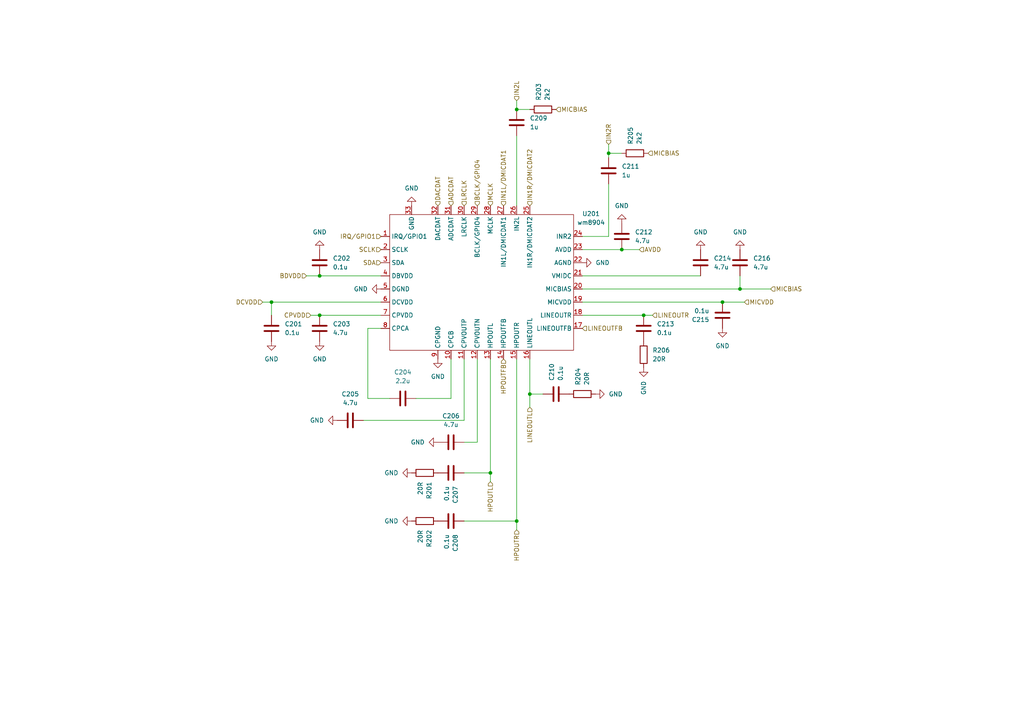
<source format=kicad_sch>
(kicad_sch (version 20211123) (generator eeschema)
  (paper "A4")
  (lib_symbols
    (symbol "Device:C" (pin_numbers hide) (pin_names (offset 0.254))
      (property "Reference" "C" (at 0.635 2.54 0))
      (property "Value" "C" (at 0.635 -2.54 0))
      (symbol "C_0_1"
        (polyline (pts (xy -2.032 -0.762) (xy 2.032 -0.762)) (stroke (width 0.508)))
        (polyline (pts (xy -2.032 0.762) (xy 2.032 0.762)) (stroke (width 0.508)))
      )
      (symbol "C_1_1"
        (pin passive line (at 0 3.81 270) (length 2.794) (name "~") (number "1"))
        (pin passive line (at 0 -3.81 90) (length 2.794) (name "~") (number "2"))
      )
    )
    (symbol "Device:R" (pin_numbers hide) (pin_names (offset 0))
      (property "Reference" "R" (at 2.032 0 90))
      (property "Value" "R" (at 0 0 90))
      (symbol "R_0_1"
        (rectangle (start -1.016 -2.54) (end 1.016 2.54) (stroke (width 0.254)))
      )
      (symbol "R_1_1"
        (pin passive line (at 0 3.81 270) (length 1.27) (name "~") (number "1"))
        (pin passive line (at 0 -3.81 90) (length 1.27) (name "~") (number "2"))
      )
    )
    (symbol "power:GND" (power) (pin_names (offset 0))
      (property "Value" "GND" (at 0 -3.81 0))
      (symbol "GND_0_1"
        (polyline (pts (xy 0 0) (xy 0 -1.27) (xy 1.27 -1.27) (xy 0 -2.54) (xy -1.27 -1.27) (xy 0 -1.27)))
      )
      (symbol "GND_1_1"
        (pin power_in line (at 0 0 270) (length 0) hide (name "GND") (number "1"))
      )
    )
    (symbol "wm8904_breakout:wm8904"
      (property "Reference" "U" (at -25.4 21.59 0))
      (property "Value" "wm8904" (at 22.86 -21.59 0))
      (symbol "wm8904_0_1"
        (rectangle (start -26.67 20.32) (end 26.67 -19.05))
      )
      (symbol "wm8904_1_1"
        (pin unspecified line (at -29.21 13.97 0) (length 2.54) (name "IRQ/GPIO1") (number "1"))
        (pin unspecified line (at -8.89 -21.59 90) (length 2.54) (name "CPCB") (number "10"))
        (pin unspecified line (at -5.08 -21.59 90) (length 2.54) (name "CPVOUTP") (number "11"))
        (pin unspecified line (at -1.27 -21.59 90) (length 2.54) (name "CPVOUTN") (number "12"))
        (pin unspecified line (at 2.54 -21.59 90) (length 2.54) (name "HPOUTL") (number "13"))
        (pin unspecified line (at 6.35 -21.59 90) (length 2.54) (name "HPOUTFB") (number "14"))
        (pin unspecified line (at 10.16 -21.59 90) (length 2.54) (name "HPOUTR") (number "15"))
        (pin unspecified line (at 13.97 -21.59 90) (length 2.54) (name "LINEOUTL") (number "16"))
        (pin unspecified line (at 29.21 -12.7 180) (length 2.54) (name "LINEOUTFB") (number "17"))
        (pin unspecified line (at 29.21 -8.89 180) (length 2.54) (name "LINEOUTR") (number "18"))
        (pin unspecified line (at 29.21 -5.08 180) (length 2.54) (name "MICVDD") (number "19"))
        (pin unspecified line (at -29.21 10.16 0) (length 2.54) (name "SCLK") (number "2"))
        (pin unspecified line (at 29.21 -1.27 180) (length 2.54) (name "MICBIAS") (number "20"))
        (pin unspecified line (at 29.21 2.54 180) (length 2.54) (name "VMIDC") (number "21"))
        (pin unspecified line (at 29.21 6.35 180) (length 2.54) (name "AGND") (number "22"))
        (pin unspecified line (at 29.21 10.16 180) (length 2.54) (name "AVDD") (number "23"))
        (pin unspecified line (at 29.21 13.97 180) (length 2.54) (name "INR2") (number "24"))
        (pin unspecified line (at 13.97 22.86 270) (length 2.54) (name "IN1R/DMICDAT2") (number "25"))
        (pin unspecified line (at 10.16 22.86 270) (length 2.54) (name "IN2L") (number "26"))
        (pin unspecified line (at 6.35 22.86 270) (length 2.54) (name "IN1L/DMICDAT1") (number "27"))
        (pin unspecified line (at 2.54 22.86 270) (length 2.54) (name "MCLK") (number "28"))
        (pin unspecified line (at -1.27 22.86 270) (length 2.54) (name "BCLK/GPIO4") (number "29"))
        (pin unspecified line (at -29.21 6.35 0) (length 2.54) (name "SDA") (number "3"))
        (pin unspecified line (at -5.08 22.86 270) (length 2.54) (name "LRCLK") (number "30"))
        (pin unspecified line (at -8.89 22.86 270) (length 2.54) (name "ADCDAT") (number "31"))
        (pin unspecified line (at -12.7 22.86 270) (length 2.54) (name "DACDAT") (number "32"))
        (pin unspecified line (at -20.32 22.86 270) (length 2.54) (name "GND") (number "33"))
        (pin unspecified line (at -29.21 2.54 0) (length 2.54) (name "DBVDD") (number "4"))
        (pin unspecified line (at -29.21 -1.27 0) (length 2.54) (name "DGND") (number "5"))
        (pin unspecified line (at -29.21 -5.08 0) (length 2.54) (name "DCVDD") (number "6"))
        (pin unspecified line (at -29.21 -8.89 0) (length 2.54) (name "CPVDD") (number "7"))
        (pin unspecified line (at -29.21 -12.7 0) (length 2.54) (name "CPCA") (number "8"))
        (pin unspecified line (at -12.7 -21.59 90) (length 2.54) (name "CPGND") (number "9"))
      )
    )
  )
  (junction (at 214.63 83.82))
  (junction (at 142.24 137.16))
  (junction (at 186.69 91.44))
  (junction (at 149.86 151.13))
  (junction (at 92.71 91.44))
  (junction (at 209.55 87.63))
  (junction (at 176.53 44.45))
  (junction (at 78.74 87.63))
  (junction (at 180.34 72.39))
  (junction (at 153.67 114.3))
  (junction (at 92.71 80.01))
  (junction (at 149.86 31.75))
  (wire (pts (xy 142.24 137.16) (xy 142.24 139.7)))
  (wire (pts (xy 142.24 137.16) (xy 134.62 137.16)))
  (wire (pts (xy 149.86 104.14) (xy 149.86 151.13)))
  (wire (pts (xy 110.49 95.25) (xy 106.68 95.25)))
  (wire (pts (xy 106.68 115.57) (xy 113.03 115.57)))
  (wire (pts (xy 134.62 151.13) (xy 149.86 151.13)))
  (wire (pts (xy 120.65 115.57) (xy 130.81 115.57)))
  (wire (pts (xy 153.67 104.14) (xy 153.67 114.3)))
  (wire (pts (xy 92.71 80.01) (xy 110.49 80.01)))
  (wire (pts (xy 130.81 115.57) (xy 130.81 104.14)))
  (wire (pts (xy 149.86 151.13) (xy 149.86 153.67)))
  (wire (pts (xy 168.91 72.39) (xy 180.34 72.39)))
  (wire (pts (xy 92.71 91.44) (xy 110.49 91.44)))
  (wire (pts (xy 168.91 83.82) (xy 214.63 83.82)))
  (wire (pts (xy 78.74 87.63) (xy 78.74 91.44)))
  (wire (pts (xy 168.91 80.01) (xy 203.2 80.01)))
  (wire (pts (xy 214.63 83.82) (xy 223.52 83.82)))
  (wire (pts (xy 106.68 95.25) (xy 106.68 115.57)))
  (wire (pts (xy 88.9 80.01) (xy 92.71 80.01)))
  (wire (pts (xy 76.2 87.63) (xy 78.74 87.63)))
  (wire (pts (xy 209.55 87.63) (xy 215.9 87.63)))
  (wire (pts (xy 90.17 91.44) (xy 92.71 91.44)))
  (wire (pts (xy 214.63 80.01) (xy 214.63 83.82)))
  (wire (pts (xy 176.53 44.45) (xy 180.34 44.45)))
  (wire (pts (xy 138.43 128.27) (xy 138.43 104.14)))
  (wire (pts (xy 168.91 91.44) (xy 186.69 91.44)))
  (wire (pts (xy 186.69 91.44) (xy 189.23 91.44)))
  (wire (pts (xy 149.86 31.75) (xy 153.67 31.75)))
  (wire (pts (xy 168.91 68.58) (xy 176.53 68.58)))
  (wire (pts (xy 153.67 114.3) (xy 157.48 114.3)))
  (wire (pts (xy 149.86 29.21) (xy 149.86 31.75)))
  (wire (pts (xy 134.62 128.27) (xy 138.43 128.27)))
  (wire (pts (xy 153.67 114.3) (xy 153.67 118.11)))
  (wire (pts (xy 105.41 121.92) (xy 134.62 121.92)))
  (wire (pts (xy 176.53 44.45) (xy 176.53 45.72)))
  (wire (pts (xy 149.86 39.37) (xy 149.86 59.69)))
  (wire (pts (xy 134.62 104.14) (xy 134.62 121.92)))
  (wire (pts (xy 78.74 87.63) (xy 110.49 87.63)))
  (wire (pts (xy 168.91 87.63) (xy 209.55 87.63)))
  (wire (pts (xy 180.34 72.39) (xy 185.42 72.39)))
  (wire (pts (xy 176.53 68.58) (xy 176.53 53.34)))
  (wire (pts (xy 176.53 41.91) (xy 176.53 44.45)))
  (wire (pts (xy 142.24 104.14) (xy 142.24 137.16)))
  (hierarchical_label "IRQ{slash}GPIO1" (shape input) (at 110.49 68.58 180))
  (hierarchical_label "HPOUTR" (shape input) (at 149.86 153.67 270))
  (hierarchical_label "MCLK" (shape input) (at 142.24 59.69 90))
  (hierarchical_label "IN1L{slash}DMICDAT1" (shape input) (at 146.05 59.69 90))
  (hierarchical_label "AVDD" (shape input) (at 185.42 72.39 0))
  (hierarchical_label "SDA" (shape input) (at 110.49 76.2 180))
  (hierarchical_label "IN2L" (shape input) (at 149.86 29.21 90))
  (hierarchical_label "MICBIAS" (shape input) (at 223.52 83.82 0))
  (hierarchical_label "ADCDAT" (shape input) (at 130.81 59.69 90))
  (hierarchical_label "DACDAT" (shape input) (at 127 59.69 90))
  (hierarchical_label "IN2R" (shape input) (at 176.53 41.91 90))
  (hierarchical_label "CPVDD" (shape input) (at 90.17 91.44 180))
  (hierarchical_label "BDVDD" (shape input) (at 88.9 80.01 180))
  (hierarchical_label "BCLK{slash}GPIO4" (shape input) (at 138.43 59.69 90))
  (hierarchical_label "HPOUTL" (shape input) (at 142.24 139.7 270))
  (hierarchical_label "SCLK" (shape input) (at 110.49 72.39 180))
  (hierarchical_label "HPOUTFB" (shape input) (at 146.05 104.14 270))
  (hierarchical_label "MICVDD" (shape input) (at 215.9 87.63 0))
  (hierarchical_label "LINEOUTFB" (shape input) (at 168.91 95.25 0))
  (hierarchical_label "IN1R{slash}DMICDAT2" (shape input) (at 153.67 59.69 90))
  (hierarchical_label "LINEOUTL" (shape input) (at 153.67 118.11 270))
  (hierarchical_label "DCVDD" (shape input) (at 76.2 87.63 180))
  (hierarchical_label "MICBIAS" (shape input) (at 187.96 44.45 0))
  (hierarchical_label "LRCLK" (shape input) (at 134.62 59.69 90))
  (hierarchical_label "LINEOUTR" (shape input) (at 189.23 91.44 0))
  (hierarchical_label "MICBIAS" (shape input) (at 161.29 31.75 0))
  (symbol (lib_id "Device:C") (at 101.6 121.92 90) (unit 1)
    (property "Reference" "C205" (at 101.6 114.3 90))
    (property "Value" "4.7u" (at 101.6 116.84 90))
    (property "Footprint" "Capacitor_SMD:C_0402_1005Metric" (effects hide))
    (property "LCSC Part" "C23733" (effects hide))
  )
  (symbol (lib_id "Device:C") (at 130.81 137.16 270) (unit 1)
    (property "Reference" "C207" (at 132.0801 140.97 0) (effects (justify left)))
    (property "Value" "0.1u" (at 129.5401 140.97 0) (effects (justify left)))
    (property "Footprint" "Capacitor_SMD:C_0402_1005Metric" (effects hide))
    (property "LCSC Part" "C1525" (effects hide))
  )
  (symbol (lib_id "Device:C") (at 116.84 115.57 90) (unit 1)
    (property "Reference" "C204" (at 116.84 107.95 90))
    (property "Value" "2.2u" (at 116.84 110.49 90))
    (property "Footprint" "Capacitor_SMD:C_0402_1005Metric" (effects hide))
    (property "LCSC Part" "C12530" (effects hide))
  )
  (symbol (lib_id "power:GND") (at 168.91 76.2 90) (unit 1)
    (property "Reference" "#PWR0107" (effects hide))
    (property "Value" "GND" (at 172.72 76.1999 90) (effects (justify right)))
  )
  (symbol (lib_id "power:GND") (at 92.71 99.06 0) (unit 1)
    (property "Reference" "#PWR0116" (effects hide))
    (property "Value" "GND" (at 92.71 104.14 0))
  )
  (symbol (lib_id "Device:R") (at 123.19 151.13 270) (unit 1)
    (property "Reference" "R202" (at 124.4601 153.67 0) (effects (justify left)))
    (property "Value" "20R" (at 121.9201 153.67 0) (effects (justify left)))
    (property "Footprint" "Resistor_SMD:R_0603_1608Metric" (effects hide))
    (property "LCSC Part" "C22950" (effects hide))
  )
  (symbol (lib_id "power:GND") (at 186.69 106.68 0) (unit 1)
    (property "Reference" "#PWR0110" (effects hide))
    (property "Value" "GND" (at 186.6899 110.49 90) (effects (justify right)))
  )
  (symbol (lib_id "power:GND") (at 78.74 99.06 0) (unit 1)
    (property "Reference" "#PWR0115" (effects hide))
    (property "Value" "GND" (at 78.74 104.14 0))
  )
  (symbol (lib_id "power:GND") (at 209.55 95.25 0) (unit 1)
    (property "Reference" "#PWR0108" (effects hide))
    (property "Value" "GND" (at 209.55 100.33 0))
  )
  (symbol (lib_id "Device:C") (at 149.86 35.56 0) (unit 1)
    (property "Reference" "C209" (at 153.67 34.2899 0) (effects (justify left)))
    (property "Value" "1u" (at 153.67 36.8299 0) (effects (justify left)))
    (property "Footprint" "Capacitor_SMD:C_0402_1005Metric" (effects hide))
    (property "LCSC Part" "C52923" (effects hide))
  )
  (symbol (lib_id "Device:C") (at 92.71 95.25 0) (unit 1)
    (property "Reference" "C203" (at 96.52 93.9799 0) (effects (justify left)))
    (property "Value" "4.7u" (at 96.52 96.5199 0) (effects (justify left)))
    (property "Footprint" "Capacitor_SMD:C_0402_1005Metric" (effects hide))
    (property "LCSC Part" "C23733" (effects hide))
  )
  (symbol (lib_id "Device:R") (at 123.19 137.16 270) (unit 1)
    (property "Reference" "R201" (at 124.4601 139.7 0) (effects (justify left)))
    (property "Value" "20R" (at 121.9201 139.7 0) (effects (justify left)))
    (property "Footprint" "Resistor_SMD:R_0603_1608Metric" (effects hide))
    (property "LCSC Part" "C22950" (effects hide))
  )
  (symbol (lib_id "Device:C") (at 130.81 128.27 90) (unit 1)
    (property "Reference" "C206" (at 130.81 120.65 90))
    (property "Value" "4.7u" (at 130.81 123.19 90))
    (property "Footprint" "Capacitor_SMD:C_0402_1005Metric" (effects hide))
    (property "LCSC Part" "C23733" (effects hide))
  )
  (symbol (lib_id "power:GND") (at 127 128.27 270) (unit 1)
    (property "Reference" "#PWR0101" (effects hide))
    (property "Value" "GND" (at 123.19 128.2699 90) (effects (justify right)))
  )
  (symbol (lib_id "power:GND") (at 214.63 72.39 180) (unit 1)
    (property "Reference" "#PWR0112" (effects hide))
    (property "Value" "GND" (at 214.63 67.31 0))
  )
  (symbol (lib_id "Device:R") (at 184.15 44.45 90) (unit 1)
    (property "Reference" "R205" (at 182.8799 41.91 0) (effects (justify left)))
    (property "Value" "2k2" (at 185.4199 41.91 0) (effects (justify left)))
    (property "Footprint" "Resistor_SMD:R_0402_1005Metric" (effects hide))
    (property "LCSC Part" "C25879" (effects hide))
  )
  (symbol (lib_id "power:GND") (at 119.38 59.69 180) (unit 1)
    (property "Reference" "#PWR0117" (effects hide))
    (property "Value" "GND" (at 119.38 54.61 0))
  )
  (symbol (lib_id "power:GND") (at 92.71 72.39 180) (unit 1)
    (property "Reference" "#PWR0113" (effects hide))
    (property "Value" "GND" (at 92.71 67.31 0))
  )
  (symbol (lib_id "power:GND") (at 97.79 121.92 270) (unit 1)
    (property "Reference" "#PWR0102" (effects hide))
    (property "Value" "GND" (at 93.98 121.9199 90) (effects (justify right)))
  )
  (symbol (lib_id "Device:C") (at 161.29 114.3 90) (unit 1)
    (property "Reference" "C210" (at 160.0199 110.49 0) (effects (justify left)))
    (property "Value" "0.1u" (at 162.5599 110.49 0) (effects (justify left)))
    (property "Footprint" "Capacitor_SMD:C_0402_1005Metric" (effects hide))
    (property "LCSC Part" "C1525" (effects hide))
  )
  (symbol (lib_id "Device:C") (at 78.74 95.25 180) (unit 1)
    (property "Reference" "C201" (at 82.55 93.9799 0) (effects (justify right)))
    (property "Value" "0.1u" (at 82.55 96.5199 0) (effects (justify right)))
    (property "Footprint" "Capacitor_SMD:C_0402_1005Metric" (effects hide))
    (property "LCSC Part" "C1525" (effects hide))
  )
  (symbol (lib_id "Device:C") (at 186.69 95.25 0) (unit 1)
    (property "Reference" "C213" (at 190.5 93.9799 0) (effects (justify left)))
    (property "Value" "0.1u" (at 190.5 96.5199 0) (effects (justify left)))
    (property "Footprint" "Capacitor_SMD:C_0402_1005Metric" (effects hide))
    (property "LCSC Part" "C1525" (effects hide))
  )
  (symbol (lib_id "power:GND") (at 110.49 83.82 270) (unit 1)
    (property "Reference" "#PWR0114" (effects hide))
    (property "Value" "GND" (at 106.68 83.8199 90) (effects (justify right)))
  )
  (symbol (lib_id "Device:C") (at 92.71 76.2 0) (unit 1)
    (property "Reference" "C202" (at 96.52 74.9299 0) (effects (justify left)))
    (property "Value" "0.1u" (at 96.52 77.4699 0) (effects (justify left)))
    (property "Footprint" "Capacitor_SMD:C_0402_1005Metric" (effects hide))
    (property "LCSC Part" "C1525" (effects hide))
  )
  (symbol (lib_id "Device:R") (at 168.91 114.3 90) (unit 1)
    (property "Reference" "R204" (at 167.6399 111.76 0) (effects (justify left)))
    (property "Value" "20R" (at 170.1799 111.76 0) (effects (justify left)))
    (property "Footprint" "Resistor_SMD:R_0603_1608Metric" (effects hide))
    (property "LCSC Part" "C22950" (effects hide))
  )
  (symbol (lib_id "power:GND") (at 119.38 137.16 270) (unit 1)
    (property "Reference" "#PWR0104" (effects hide))
    (property "Value" "GND" (at 115.57 137.1599 90) (effects (justify right)))
  )
  (symbol (lib_id "Device:C") (at 203.2 76.2 0) (unit 1)
    (property "Reference" "C214" (at 207.01 74.9299 0) (effects (justify left)))
    (property "Value" "4.7u" (at 207.01 77.4699 0) (effects (justify left)))
    (property "Footprint" "Capacitor_SMD:C_0402_1005Metric" (effects hide))
    (property "LCSC part" "C23733" (effects hide))
  )
  (symbol (lib_id "Device:R") (at 186.69 102.87 0) (unit 1)
    (property "Reference" "R206" (at 189.23 101.5999 0) (effects (justify left)))
    (property "Value" "20R" (at 189.23 104.1399 0) (effects (justify left)))
    (property "Footprint" "Resistor_SMD:R_0603_1608Metric" (effects hide))
    (property "LCSC Part" "C22950" (effects hide))
  )
  (symbol (lib_id "power:GND") (at 127 104.14 0) (unit 1)
    (property "Reference" "#PWR0103" (effects hide))
    (property "Value" "GND" (at 127 109.22 0))
  )
  (symbol (lib_id "power:GND") (at 203.2 72.39 180) (unit 1)
    (property "Reference" "#PWR0111" (effects hide))
    (property "Value" "GND" (at 203.2 67.31 0))
  )
  (symbol (lib_id "wm8904_breakout:wm8904") (at 139.7 82.55 0) (unit 1)
    (property "Reference" "U201" (at 171.45 62.0012 0))
    (property "Value" "wm8904" (at 171.45 64.5412 0))
    (property "Footprint" "wm8904_breakout:wm8904" (effects hide))
    (property "LCSC Part" "C323845" (effects hide))
  )
  (symbol (lib_id "Device:R") (at 157.48 31.75 90) (unit 1)
    (property "Reference" "R203" (at 156.2099 29.21 0) (effects (justify left)))
    (property "Value" "2k2" (at 158.7499 29.21 0) (effects (justify left)))
    (property "Footprint" "Resistor_SMD:R_0402_1005Metric" (effects hide))
    (property "LCSC Part" "C25879" (effects hide))
  )
  (symbol (lib_id "Device:C") (at 209.55 91.44 180) (unit 1)
    (property "Reference" "C215" (at 205.74 92.7101 0) (effects (justify left)))
    (property "Value" "0.1u" (at 205.74 90.1701 0) (effects (justify left)))
    (property "Footprint" "Capacitor_SMD:C_0402_1005Metric" (effects hide))
    (property "LCSC Part" "C1525" (effects hide))
  )
  (symbol (lib_id "Device:C") (at 130.81 151.13 270) (unit 1)
    (property "Reference" "C208" (at 132.0801 154.94 0) (effects (justify left)))
    (property "Value" "0.1u" (at 129.5401 154.94 0) (effects (justify left)))
    (property "Footprint" "Capacitor_SMD:C_0402_1005Metric" (effects hide))
    (property "LCSC Part" "C1525" (effects hide))
  )
  (symbol (lib_id "Device:C") (at 214.63 76.2 0) (unit 1)
    (property "Reference" "C216" (at 218.44 74.9299 0) (effects (justify left)))
    (property "Value" "4.7u" (at 218.44 77.4699 0) (effects (justify left)))
    (property "Footprint" "Capacitor_SMD:C_0402_1005Metric" (effects hide))
    (property "LCSC Part" "C23733" (effects hide))
  )
  (symbol (lib_id "power:GND") (at 119.38 151.13 270) (unit 1)
    (property "Reference" "#PWR0105" (effects hide))
    (property "Value" "GND" (at 115.57 151.1299 90) (effects (justify right)))
  )
  (symbol (lib_id "Device:C") (at 176.53 49.53 0) (unit 1)
    (property "Reference" "C211" (at 180.34 48.2599 0) (effects (justify left)))
    (property "Value" "1u" (at 180.34 50.7999 0) (effects (justify left)))
    (property "Footprint" "Capacitor_SMD:C_0402_1005Metric" (effects hide))
    (property "LCSC Part" "C52923" (effects hide))
  )
  (symbol (lib_id "Device:C") (at 180.34 68.58 0) (unit 1)
    (property "Reference" "C212" (at 184.15 67.3099 0) (effects (justify left)))
    (property "Value" "4.7u" (at 184.15 69.8499 0) (effects (justify left)))
    (property "Footprint" "Capacitor_SMD:C_0402_1005Metric" (effects hide))
    (property "LCSC Part" "C23733" (effects hide))
  )
  (symbol (lib_id "power:GND") (at 172.72 114.3 90) (unit 1)
    (property "Reference" "#PWR0109" (effects hide))
    (property "Value" "GND" (at 176.53 114.3001 90) (effects (justify right)))
  )
  (symbol (lib_id "power:GND") (at 180.34 64.77 180) (unit 1)
    (property "Reference" "#PWR0106" (effects hide))
    (property "Value" "GND" (at 180.34 59.69 0))
  )
)
</source>
